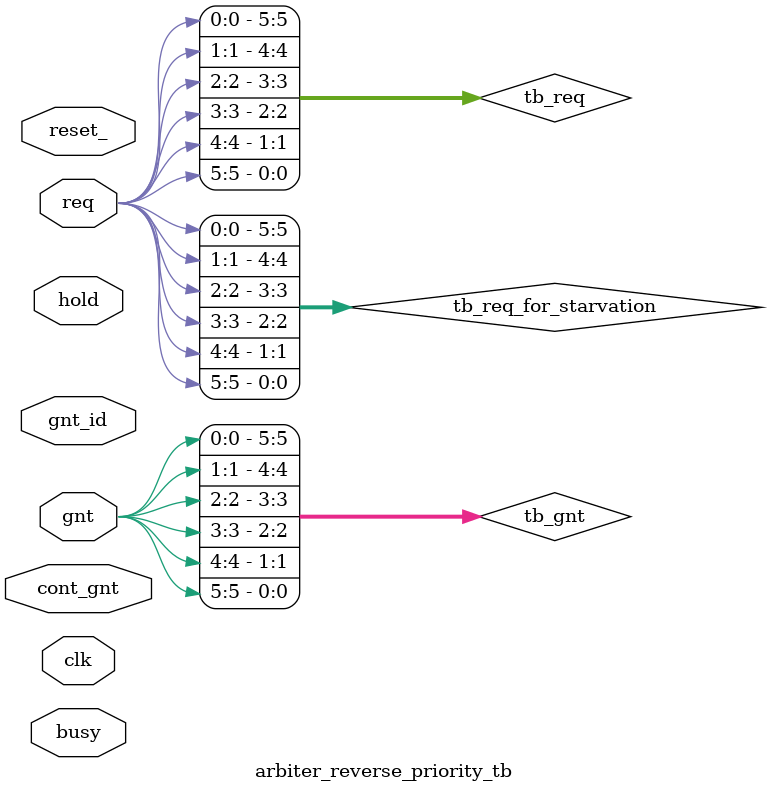
<source format=sv>
module arbiter_reverse_priority_tb (
clk, reset_, req, gnt, gnt_id, busy, hold, cont_gnt);

    parameter       NUM_OF_CLIENTS = 6;

localparam tb_num_client_req_width = $clog2(NUM_OF_CLIENTS); 
localparam busy_latency_width = $clog2(NUM_OF_CLIENTS);
localparam cont_gnt_latency_width = $clog2(NUM_OF_CLIENTS);
localparam hold_latency_width = $clog2(NUM_OF_CLIENTS);

input clk;
input reset_;//clock and reset
input busy; //busy 
input hold;//hold
input [NUM_OF_CLIENTS-1 : 0] req;
input [NUM_OF_CLIENTS-1 : 0] gnt;//request and grant. grant is assumed to be one hot.
input [tb_num_client_req_width-1:0] gnt_id;
input cont_gnt; //same as cont_gnt from arbgen


wire tb_reset;
assign tb_reset = (reset_ == 1'b0);

wire [NUM_OF_CLIENTS-1 : 0] tb_req;
wire [NUM_OF_CLIENTS-1 : 0] tb_gnt;
wire [NUM_OF_CLIENTS-1 : 0] tb_req_for_starvation;
wire [NUM_OF_CLIENTS-1 : 0] tb_hold;


genvar a;
for(a=0;a<NUM_OF_CLIENTS;a++) begin 
    assign tb_req[a] = req[NUM_OF_CLIENTS-1-a];
    assign tb_gnt[a] = gnt[NUM_OF_CLIENTS-1-a];
    assign tb_req_for_starvation[a] = req[NUM_OF_CLIENTS-1-a];
end

reg [NUM_OF_CLIENTS-1 : 0] last_gnt;
always @(posedge clk) begin
    if (!reset_) begin 
        last_gnt <= 0; 
   end else if (|tb_gnt && !cont_gnt) begin 
        last_gnt <= tb_gnt; 
    end
end


genvar i;
reg [NUM_OF_CLIENTS-1 : 0] req_seen_flag;
for (i = 0; i < NUM_OF_CLIENTS; i++) begin
    always @(posedge clk) begin
        if (!reset_) begin req_seen_flag[i] <= 0; end
        else if (tb_req_for_starvation[i] && tb_gnt[i]) begin req_seen_flag[i] <= 0; end
        else if (tb_req_for_starvation[i]) begin req_seen_flag[i] <= 1; end
        else if (tb_gnt[i]) begin req_seen_flag[i] <= 0; end
    end
end


endmodule
</source>
